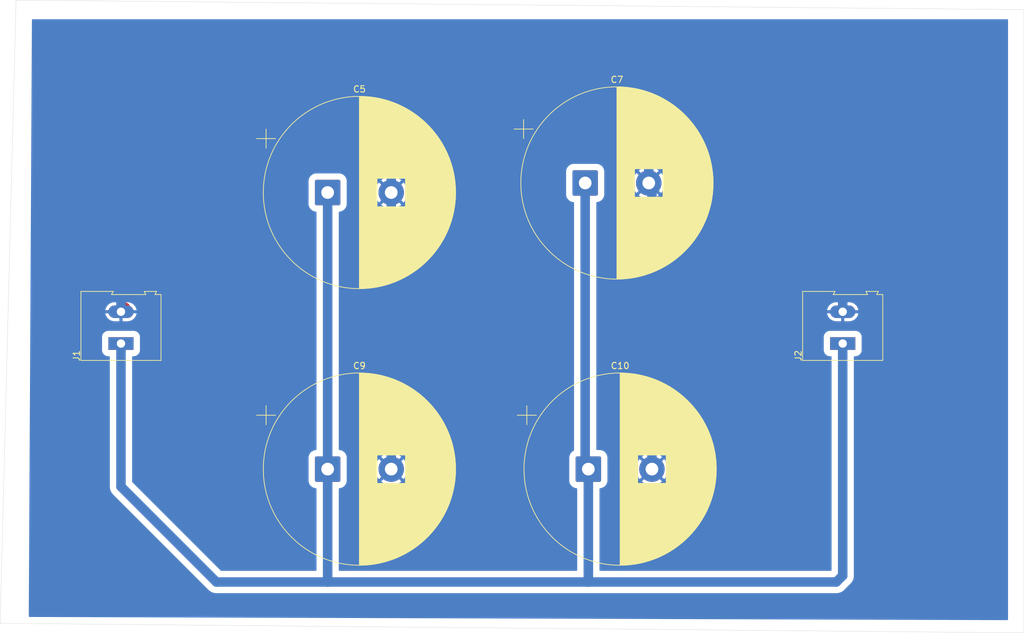
<source format=kicad_pcb>
(kicad_pcb (version 20241229) (generator "pcbnew") (generator_version "9.0")
  (layers (0 "F.Cu" signal) (2 "B.Cu" signal) (13 "F.Paste" user) (15 "B.Paste" user) (5 "F.SilkS" user "F.Silkscreen") (7 "B.SilkS" user "B.Silkscreen") (1 "F.Mask" user) (3 "B.Mask" user) (25 "Edge.Cuts" user))
  (net 0 "")
  (net 1 "Net-(J1-Pin_1)")
  (net 2 "GND")
  (footprint "Capacitor_THT:CP_Radial_D30.0mm_P10.00mm_SnapIn" (layer "F.Cu") (at 130 135.75)
    (property "Reference" "C10" (at 5 -16.25 0) (layer "F.SilkS"))
    (property "Value" "C")
    (pad "1" thru_hole roundrect (at 0 0) (size 4 4) (drill 2) (layers "*.Cu" "*.Mask") (roundrect_rratio 0.0625) (net 1 "Net-(J1-Pin_1)"))
    (pad "2" thru_hole circle (at 10 0) (size 4 4) (drill 2) (layers "*.Cu" "*.Mask") (net 2 "GND"))
  )
  (footprint "Capacitor_THT:CP_Radial_D30.0mm_P10.00mm_SnapIn" (layer "F.Cu") (at 89 135.75)
    (property "Reference" "C9" (at 5 -16.25 0) (layer "F.SilkS"))
    (property "Value" "C")
    (pad "1" thru_hole roundrect (at 0 0) (size 4 4) (drill 2) (layers "*.Cu" "*.Mask") (roundrect_rratio 0.0625) (net 1 "Net-(J1-Pin_1)"))
    (pad "2" thru_hole circle (at 10 0) (size 4 4) (drill 2) (layers "*.Cu" "*.Mask") (net 2 "GND"))
  )
  (footprint "Capacitor_THT:CP_Radial_D30.0mm_P10.00mm_SnapIn" (layer "F.Cu") (at 129.5 90.75)
    (property "Reference" "C7" (at 5 -16.25 0) (layer "F.SilkS"))
    (property "Value" "C")
    (pad "1" thru_hole roundrect (at 0 0) (size 4 4) (drill 2) (layers "*.Cu" "*.Mask") (roundrect_rratio 0.0625) (net 1 "Net-(J1-Pin_1)"))
    (pad "2" thru_hole circle (at 10 0) (size 4 4) (drill 2) (layers "*.Cu" "*.Mask") (net 2 "GND"))
  )
  (footprint "Capacitor_THT:CP_Radial_D30.0mm_P10.00mm_SnapIn" (layer "F.Cu") (at 89 92.25)
    (property "Reference" "C5" (at 5 -16.25 0) (layer "F.SilkS"))
    (property "Value" "C")
    (pad "1" thru_hole roundrect (at 0 0) (size 4 4) (drill 2) (layers "*.Cu" "*.Mask") (roundrect_rratio 0.0625) (net 1 "Net-(J1-Pin_1)"))
    (pad "2" thru_hole circle (at 10 0) (size 4 4) (drill 2) (layers "*.Cu" "*.Mask") (net 2 "GND"))
  )
  (footprint "TerminalBlock:TerminalBlock_Altech_AK300-2_P5.00mm" (layer "F.Cu") (at 56.5 116 90)
    (property "Reference" "J1" (at -1.92 -6.99 90) (layer "F.SilkS"))
    (property "Value" "Screw_Terminal_01x02")
    (pad "1" thru_hole rect (at 0 0 90) (size 1.98 3.96) (drill 1.32) (layers "*.Cu" "*.Mask") (net 1 "Net-(J1-Pin_1)"))
    (pad "2" thru_hole oval (at 5 0 90) (size 1.98 3.96) (drill 1.32) (layers "*.Cu" "*.Mask") (net 2 "GND"))
  )
  (footprint "TerminalBlock:TerminalBlock_Altech_AK300-2_P5.00mm" (layer "F.Cu") (at 170 116 90)
    (property "Reference" "J2" (at -1.92 -6.99 90) (layer "F.SilkS"))
    (property "Value" "Screw_Terminal_01x02")
    (pad "1" thru_hole rect (at 0 0 90) (size 1.98 3.96) (drill 1.32) (layers "*.Cu" "*.Mask") (net 1 "Net-(J1-Pin_1)"))
    (pad "2" thru_hole oval (at 5 0 90) (size 1.98 3.96) (drill 1.32) (layers "*.Cu" "*.Mask") (net 2 "GND"))
  )
  (gr_line (start 198.5 161.5) (end 37.5 160) (stroke (width 0.05)) (layer "Edge.Cuts"))
  (gr_line (start 40 62) (end 198.5 63.5) (stroke (width 0.05)) (layer "Edge.Cuts"))
  (gr_line (start 198.5 63.5) (end 198.5 161.5) (stroke (width 0.05)) (layer "Edge.Cuts"))
  (gr_line (start 37.5 160) (end 40 62) (stroke (width 0.05)) (layer "Edge.Cuts"))
  (segment (start 89 92.25) (end 88.5 92.75) (width 0.2) (layer "F.Cu") (net 1))
  (segment (start 130 135.75) (end 130 153.5) (width 1.5) (layer "B.Cu") (net 1))
  (segment (start 89 153.5) (end 130 153.5) (width 1.5) (layer "B.Cu") (net 1))
  (segment (start 56.5 138.5) (end 71.5 153.5) (width 1.5) (layer "B.Cu") (net 1))
  (segment (start 169 153.5) (end 170 152.5) (width 1.5) (layer "B.Cu") (net 1))
  (segment (start 89 135.75) (end 89 153.5) (width 1.5) (layer "B.Cu") (net 1))
  (segment (start 89 92.25) (end 89 135.75) (width 1.5) (layer "B.Cu") (net 1))
  (segment (start 56.5 116) (end 56.5 138.5) (width 1.5) (layer "B.Cu") (net 1))
  (segment (start 170 152.5) (end 170 116) (width 1.5) (layer "B.Cu") (net 1))
  (segment (start 71.5 153.5) (end 89 153.5) (width 1.5) (layer "B.Cu") (net 1))
  (segment (start 129.5 90.75) (end 129.5 135.25) (width 1.5) (layer "B.Cu") (net 1))
  (segment (start 129.5 135.25) (end 130 135.75) (width 0.2) (layer "B.Cu") (net 1))
  (segment (start 130 153.5) (end 169 153.5) (width 1.5) (layer "B.Cu") (net 1))
  (segment (start 139.5 81.5) (end 140 81) (width 0.2) (layer "F.Cu") (net 2))
  (segment (start 56.5 111) (end 57 110.5) (width 2) (layer "F.Cu") (net 2))
  (segment (start 170 73) (end 169.5 72.5) (width 0.2) (layer "B.Cu") (net 2))
  (segment (start 99 135.75) (end 99 92.25) (width 1.5) (layer "B.Cu") (net 2))
  (segment (start 139.5 90.75) (end 139.5 73) (width 1.5) (layer "B.Cu") (net 2))
  (segment (start 56.5 88) (end 72 72.5) (width 1.5) (layer "B.Cu") (net 2))
  (segment (start 140 72.5) (end 169.5 72.5) (width 1.5) (layer "B.Cu") (net 2))
  (segment (start 170 111) (end 170 73) (width 1.5) (layer "B.Cu") (net 2))
  (segment (start 99 92.25) (end 99 73.5) (width 1.5) (layer "B.Cu") (net 2))
  (segment (start 140 135.75) (end 140 91.25) (width 1.5) (layer "B.Cu") (net 2))
  (segment (start 99 73.5) (end 100 72.5) (width 0.2) (layer "B.Cu") (net 2))
  (segment (start 56.5 111) (end 56.5 88) (width 1.5) (layer "B.Cu") (net 2))
  (segment (start 139.5 73) (end 140 72.5) (width 0.2) (layer "B.Cu") (net 2))
  (segment (start 72 72.5) (end 100 72.5) (width 1.5) (layer "B.Cu") (net 2))
  (segment (start 140 91.25) (end 139.5 90.75) (width 0.2) (layer "B.Cu") (net 2))
  (segment (start 100 72.5) (end 140 72.5) (width 1.5) (layer "B.Cu") (net 2))
  (zone (net 2) (net_name "GND") (layer "B.Cu") (connect_pads (clearance 1)) (min_thickness 0.25) (fill yes (thermal_gap 0.5) (thermal_bridge_width 0.5))
    (polygon (pts (xy 42.5 65) (xy 196 65) (xy 196 159.5) (xy 42 159) (xy 42.5 64.5)))
  )
)
</source>
